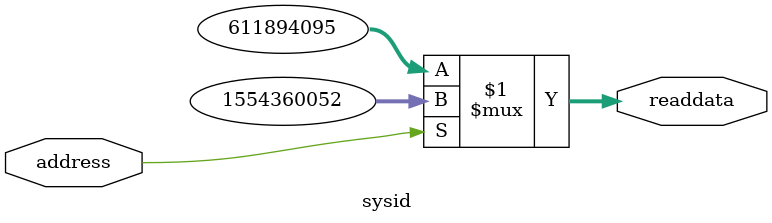
<source format=v>

`timescale 1ns / 1ps
// synthesis translate_on

// turn off superfluous verilog processor warnings 
// altera message_level Level1 
// altera message_off 10034 10035 10036 10037 10230 10240 10030 

module sysid (
               // inputs:
                address,

               // outputs:
                readdata
             )
;

  output  [ 31: 0] readdata;
  input            address;

  wire    [ 31: 0] readdata;
  //control_slave, which is an e_avalon_slave
  assign readdata = address ? 1554360052 : 611894095;

endmodule


</source>
